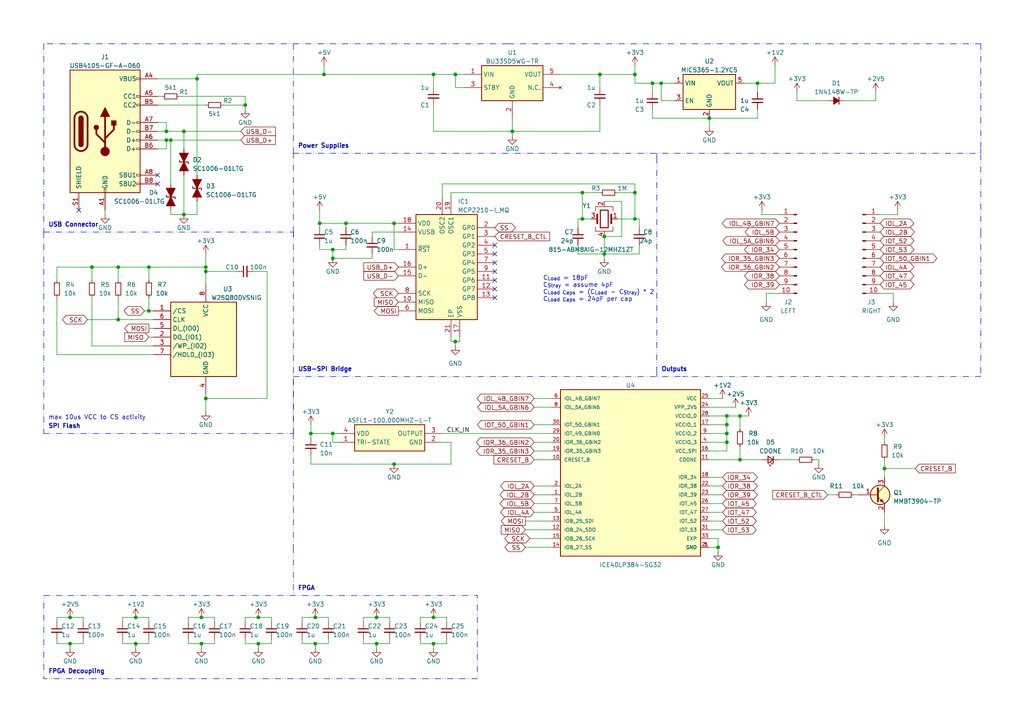
<source format=kicad_sch>
(kicad_sch (version 20230121) (generator eeschema)
  (paper "A4")
  (title_block (title "Overview") (rev "2"))
  (lib_symbols
    (symbol "Connector:Conn_01x10_Pin" (pin_names (offset 1.016) hide)
      (property "Reference" "J" (at 0 12.7 0))
      (property "Value" "Conn_01x10_Pin" (at 0 -15.24 0))
      (symbol "Conn_01x10_Pin_1_1"
        (pin passive line (at 5.08 10.16 180) (length 3.81) (name "Pin_1") (number "1"))
        (pin passive line (at 5.08 -12.7 180) (length 3.81) (name "Pin_10") (number "10"))
        (pin passive line (at 5.08 7.62 180) (length 3.81) (name "Pin_2") (number "2"))
        (pin passive line (at 5.08 5.08 180) (length 3.81) (name "Pin_3") (number "3"))
        (pin passive line (at 5.08 2.54 180) (length 3.81) (name "Pin_4") (number "4"))
        (pin passive line (at 5.08 0 180) (length 3.81) (name "Pin_5") (number "5"))
        (pin passive line (at 5.08 -2.54 180) (length 3.81) (name "Pin_6") (number "6"))
        (pin passive line (at 5.08 -5.08 180) (length 3.81) (name "Pin_7") (number "7"))
        (pin passive line (at 5.08 -7.62 180) (length 3.81) (name "Pin_8") (number "8"))
        (pin passive line (at 5.08 -10.16 180) (length 3.81) (name "Pin_9") (number "9"))
      )
    )
    (symbol "Connector:USB_C_Receptacle_USB2.0" (pin_names (offset 1.016))
      (property "Reference" "J" (at -10.16 19.05 0))
      (property "Value" "USB_C_Receptacle_USB2.0" (at 19.05 19.05 0))
      (symbol "USB_C_Receptacle_USB2.0_1_1"
        (pin passive line (at 0 -22.86 90) (length 5.08) (name "GND") (number "A1"))
        (pin passive line (at 0 -22.86 90) (length 5.08) hide (name "GND") (number "A12"))
        (pin passive line (at 15.24 15.24 180) (length 5.08) (name "VBUS") (number "A4"))
        (pin bidirectional line (at 15.24 10.16 180) (length 5.08) (name "CC1") (number "A5"))
        (pin bidirectional line (at 15.24 -2.54 180) (length 5.08) (name "D+") (number "A6"))
        (pin bidirectional line (at 15.24 2.54 180) (length 5.08) (name "D-") (number "A7"))
        (pin bidirectional line (at 15.24 -12.7 180) (length 5.08) (name "SBU1") (number "A8"))
        (pin passive line (at 15.24 15.24 180) (length 5.08) hide (name "VBUS") (number "A9"))
        (pin passive line (at 0 -22.86 90) (length 5.08) hide (name "GND") (number "B1"))
        (pin passive line (at 0 -22.86 90) (length 5.08) hide (name "GND") (number "B12"))
        (pin passive line (at 15.24 15.24 180) (length 5.08) hide (name "VBUS") (number "B4"))
        (pin bidirectional line (at 15.24 7.62 180) (length 5.08) (name "CC2") (number "B5"))
        (pin bidirectional line (at 15.24 -5.08 180) (length 5.08) (name "D+") (number "B6"))
        (pin bidirectional line (at 15.24 0 180) (length 5.08) (name "D-") (number "B7"))
        (pin bidirectional line (at 15.24 -15.24 180) (length 5.08) (name "SBU2") (number "B8"))
        (pin passive line (at 15.24 15.24 180) (length 5.08) hide (name "VBUS") (number "B9"))
        (pin passive line (at -7.62 -22.86 90) (length 5.08) (name "SHIELD") (number "S1"))
      )
    )
    (symbol "Device:C_Small" (pin_numbers hide) (pin_names (offset 0.254) hide)
      (property "Reference" "C" (at 0.254 1.778 0))
      (property "Value" "C_Small" (at 0.254 -2.032 0))
      (symbol "C_Small_1_1"
        (pin passive line (at 0 2.54 270) (length 2.032) (name "~") (number "1"))
        (pin passive line (at 0 -2.54 90) (length 2.032) (name "~") (number "2"))
      )
    )
    (symbol "Device:Crystal_GND24" (pin_names (offset 1.016) hide)
      (property "Reference" "Y" (at 3.175 5.08 0))
      (property "Value" "Crystal_GND24" (at 3.175 3.175 0))
      (symbol "Crystal_GND24_1_1"
        (pin passive line (at -3.81 0 0) (length 1.27) (name "1") (number "1"))
        (pin passive line (at 0 5.08 270) (length 1.27) (name "2") (number "2"))
        (pin passive line (at 3.81 0 180) (length 1.27) (name "3") (number "3"))
        (pin passive line (at 0 -5.08 90) (length 1.27) (name "4") (number "4"))
      )
    )
    (symbol "Device:D_Small_Filled" (pin_numbers hide) (pin_names (offset 0.254) hide)
      (property "Reference" "D" (at -1.27 2.032 0))
      (property "Value" "D_Small_Filled" (at -3.81 -2.032 0))
      (symbol "D_Small_Filled_1_1"
        (pin passive line (at -2.54 0 0) (length 1.778) (name "K") (number "1"))
        (pin passive line (at 2.54 0 180) (length 1.778) (name "A") (number "2"))
      )
    )
    (symbol "Device:D_TVS_Filled" (pin_numbers hide) (pin_names (offset 1.016) hide)
      (property "Reference" "D" (at 0 2.54 0))
      (property "Value" "D_TVS_Filled" (at 0 -2.54 0))
      (symbol "D_TVS_Filled_1_1"
        (pin passive line (at -3.81 0 0) (length 2.54) (name "A1") (number "1"))
        (pin passive line (at 3.81 0 180) (length 2.54) (name "A2") (number "2"))
      )
    )
    (symbol "Device:LED_Small" (pin_numbers hide) (pin_names (offset 0.254) hide)
      (property "Reference" "D" (at -1.27 3.175 0))
      (property "Value" "LED_Small" (at -4.445 -2.54 0))
      (symbol "LED_Small_1_1"
        (pin passive line (at -2.54 0 0) (length 1.778) (name "K") (number "1"))
        (pin passive line (at 2.54 0 180) (length 1.778) (name "A") (number "2"))
      )
    )
    (symbol "Device:R_Small" (pin_numbers hide) (pin_names (offset 0.254) hide)
      (property "Reference" "R" (at 0.762 0.508 0))
      (property "Value" "R_Small" (at 0.762 -1.016 0))
      (symbol "R_Small_1_1"
        (pin passive line (at 0 2.54 270) (length 0.762) (name "~") (number "1"))
        (pin passive line (at 0 -2.54 90) (length 0.762) (name "~") (number "2"))
      )
    )
    (symbol "ICE40LP384-SG32:ICE40LP384-SG32" (pin_names (offset 1.016))
      (property "Reference" "U" (at -20.3256 20.3256 0))
      (property "Value" "ICE40LP384-SG32" (at -20.3254 -30.4881 0))
      (symbol "ICE40LP384-SG32_0_0"
        (pin bidirectional line (at -22.86 -10.16 0) (length 2.54) (name "IOL_2B") (number "1"))
        (pin input line (at -22.86 0 0) (length 2.54) (name "CRESET_B") (number "10"))
        (pin bidirectional line (at 22.86 0 180) (length 2.54) (name "CDONE") (number "11"))
        (pin bidirectional line (at -22.86 -20.32 0) (length 2.54) (name "IOB_24_SDO") (number "12"))
        (pin bidirectional line (at -22.86 -17.78 0) (length 2.54) (name "IOB_25_SDI") (number "13"))
        (pin bidirectional line (at -22.86 -25.4 0) (length 2.54) (name "IOB_27_SS") (number "14"))
        (pin bidirectional line (at -22.86 -22.86 0) (length 2.54) (name "IOB_26_SCK") (number "15"))
        (pin power_in line (at 22.86 2.54 180) (length 2.54) (name "VCC_SPI") (number "16"))
        (pin power_in line (at 22.86 10.16 180) (length 2.54) (name "VCCIO_1") (number "17"))
        (pin bidirectional line (at 22.86 -5.08 180) (length 2.54) (name "IOR_34") (number "18"))
        (pin input line (at -22.86 2.54 0) (length 2.54) (name "IOR_35_GBIN3") (number "19"))
        (pin bidirectional line (at -22.86 -7.62 0) (length 2.54) (name "IOL_2A") (number "2"))
        (pin input line (at -22.86 5.08 0) (length 2.54) (name "IOR_36_GBIN2") (number "20"))
        (pin power_in line (at 22.86 -25.4 180) (length 2.54) (name "GND") (number "21"))
        (pin bidirectional line (at 22.86 -7.62 180) (length 2.54) (name "IOR_38") (number "22"))
        (pin bidirectional line (at 22.86 -10.16 180) (length 2.54) (name "IOR_39") (number "23"))
        (pin power_in line (at 22.86 15.24 180) (length 2.54) (name "VPP_2V5") (number "24"))
        (pin power_in line (at 22.86 17.78 180) (length 2.54) (name "VCC") (number "25"))
        (pin bidirectional line (at 22.86 -12.7 180) (length 2.54) (name "IOT_45") (number "26"))
        (pin bidirectional line (at 22.86 -15.24 180) (length 2.54) (name "IOT_47") (number "27"))
        (pin power_in line (at 22.86 12.7 180) (length 2.54) (name "VCCIO_0") (number "28"))
        (pin input line (at -22.86 7.62 0) (length 2.54) (name "IOT_49_GBIN0") (number "29"))
        (pin power_in line (at 22.86 -25.4 180) (length 2.54) (name "GND") (number "3"))
        (pin input line (at -22.86 10.16 0) (length 2.54) (name "IOT_50_GBIN1") (number "30"))
        (pin bidirectional line (at 22.86 -20.32 180) (length 2.54) (name "IOT_53") (number "31"))
        (pin bidirectional line (at 22.86 -17.78 180) (length 2.54) (name "IOT_52") (number "32"))
        (pin power_in line (at 22.86 -22.86 180) (length 2.54) (name "EXP") (number "33"))
        (pin power_in line (at 22.86 5.08 180) (length 2.54) (name "VCCIO_3") (number "4"))
        (pin bidirectional line (at -22.86 -15.24 0) (length 2.54) (name "IOL_4A") (number "5"))
        (pin input line (at -22.86 17.78 0) (length 2.54) (name "IOL_4B_GBIN7") (number "6"))
        (pin bidirectional line (at -22.86 -12.7 0) (length 2.54) (name "IOL_5B") (number "7"))
        (pin input line (at -22.86 15.24 0) (length 2.54) (name "IOL_5A_GBIN6") (number "8"))
        (pin power_in line (at 22.86 7.62 180) (length 2.54) (name "VCCIO_2") (number "9"))
      )
    )
    (symbol "PCM_Transistor_BJT_AKL:MMBT3904" (pin_names hide)
      (property "Reference" "Q" (at 5.08 1.27 0))
      (property "Value" "MMBT3904" (at 5.08 -1.27 0))
      (symbol "MMBT3904_1_1"
        (pin input line (at -5.08 0 0) (length 5.715) (name "B") (number "1"))
        (pin passive line (at 2.54 -5.08 90) (length 2.54) (name "E") (number "2"))
        (pin passive line (at 2.54 5.08 270) (length 2.54) (name "C") (number "3"))
      )
    )
    (symbol "Regulator_Linear:MIC5365-3.3YC5"
      (property "Reference" "U" (at -6.35 6.35 0))
      (property "Value" "MIC5365-3.3YC5" (at 0 6.35 0))
      (symbol "MIC5365-3.3YC5_1_1"
        (pin power_in line (at -10.16 2.54 0) (length 2.54) (name "VIN") (number "1"))
        (pin power_in line (at 0 -7.62 90) (length 2.54) (name "GND") (number "2"))
        (pin input line (at -10.16 -2.54 0) (length 2.54) (name "EN") (number "3"))
        (pin no_connect line (at 7.62 -2.54 180) (length 2.54) hide (name "NC") (number "4"))
        (pin power_out line (at 10.16 2.54 180) (length 2.54) (name "VOUT") (number "5"))
      )
    )
    (symbol "SamacSys_Parts:ASFL1-100.000MHZ-L-T"
      (property "Reference" "Y" (at 5.08 7.62 0))
      (property "Value" "ASFL1-100.000MHZ-L-T" (at 5.08 5.08 0))
      (symbol "ASFL1-100.000MHZ-L-T_1_1"
        (pin passive line (at 0 -2.54 0) (length 5.08) (name "TRI-STATE") (number "1"))
        (pin passive line (at 30.48 -2.54 180) (length 5.08) (name "GND") (number "2"))
        (pin passive line (at 30.48 0 180) (length 5.08) (name "OUTPUT") (number "3"))
        (pin passive line (at 0 0 0) (length 5.08) (name "VDD") (number "4"))
      )
    )
    (symbol "SamacSys_Parts:BU33SD5WG-TR"
      (property "Reference" "U" (at 6.35 7.62 0))
      (property "Value" "BU33SD5WG-TR" (at 6.35 5.08 0))
      (symbol "BU33SD5WG-TR_1_1"
        (pin passive line (at 0 0 0) (length 5.08) (name "VIN") (number "1"))
        (pin passive line (at 13.97 -12.7 90) (length 5.08) (name "GND") (number "2"))
        (pin passive line (at 0 -3.81 0) (length 5.08) (name "STBY") (number "3"))
        (pin no_connect line (at 27.94 -3.81 180) (length 5.08) (name "N.C.") (number "4"))
        (pin passive line (at 27.94 0 180) (length 5.08) (name "VOUT") (number "5"))
      )
    )
    (symbol "SamacSys_Parts:MCP2210-I_MQ"
      (property "Reference" "IC" (at 10.16 22.86 0))
      (property "Value" "MCP2210-I_MQ" (at 10.16 20.32 0))
      (symbol "MCP2210-I_MQ_1_1"
        (pin input line (at -13.97 7.62 0) (length 5.08) (name "~{RST}") (number "1"))
        (pin input line (at -13.97 -7.62 0) (length 5.08) (name "MISO") (number "10"))
        (pin bidirectional line (at 13.97 -1.27 180) (length 5.08) (name "GP6") (number "11"))
        (pin bidirectional line (at 13.97 -3.81 180) (length 5.08) (name "GP7") (number "12"))
        (pin bidirectional line (at 13.97 -6.35 180) (length 5.08) (name "GP8") (number "13"))
        (pin power_in line (at -13.97 12.7 0) (length 5.08) (name "VUSB") (number "14"))
        (pin bidirectional line (at -13.97 0 0) (length 5.08) (name "D-") (number "15"))
        (pin bidirectional line (at -13.97 2.54 0) (length 5.08) (name "D+") (number "16"))
        (pin power_in line (at 3.81 -17.78 90) (length 5.08) (name "VSS") (number "17"))
        (pin power_in line (at -13.97 15.24 0) (length 5.08) (name "VDD") (number "18"))
        (pin passive line (at 1.27 22.86 270) (length 5.08) (name "OSC1") (number "19"))
        (pin bidirectional line (at 13.97 13.97 180) (length 5.08) (name "GP0") (number "2"))
        (pin passive line (at -1.27 22.86 270) (length 5.08) (name "OSC2") (number "20"))
        (pin passive line (at 1.27 -17.78 90) (length 5.08) (name "EP") (number "21"))
        (pin bidirectional line (at 13.97 11.43 180) (length 5.08) (name "GP1") (number "3"))
        (pin bidirectional line (at 13.97 8.89 180) (length 5.08) (name "GP2") (number "4"))
        (pin bidirectional line (at 13.97 6.35 180) (length 5.08) (name "GP3") (number "5"))
        (pin output line (at -13.97 -10.16 0) (length 5.08) (name "MOSI") (number "6"))
        (pin bidirectional line (at 13.97 3.81 180) (length 5.08) (name "GP4") (number "7"))
        (pin output line (at -13.97 -5.08 0) (length 5.08) (name "SCK") (number "8"))
        (pin bidirectional line (at 13.97 1.27 180) (length 5.08) (name "GP5") (number "9"))
      )
    )
    (symbol "SamacSys_Parts:W25Q80DVSNIG"
      (property "Reference" "U" (at 25.4 -6.35 0))
      (property "Value" "W25Q80DVSNIG" (at 25.4 -8.89 0))
      (symbol "W25Q80DVSNIG_1_1"
        (pin passive line (at 0 0 0) (length 5.08) (name "/CS") (number "1"))
        (pin passive line (at 0 -7.62 0) (length 5.08) (name "DO_(IO1)") (number "2"))
        (pin passive line (at 0 -10.16 0) (length 5.08) (name "/WP_(IO2)") (number "3"))
        (pin passive line (at 15.24 -24.13 90) (length 5.08) (name "GND") (number "4"))
        (pin passive line (at 0 -5.08 0) (length 5.08) (name "DI_(IO0)") (number "5"))
        (pin passive line (at 0 -2.54 0) (length 5.08) (name "CLK") (number "6"))
        (pin passive line (at 0 -12.7 0) (length 5.08) (name "/HOLD_(IO3)") (number "7"))
        (pin passive line (at 15.24 7.62 270) (length 5.08) (name "VCC") (number "8"))
      )
    )
    (symbol "power:+1V2" (power) (pin_names (offset 0))
      (property "Value" "+1V2" (at 0 3.556 0))
      (symbol "+1V2_1_1"
        (pin power_in line (at 0 0 90) (length 0) hide (name "+1V2") (number "1"))
      )
    )
    (symbol "power:+2V5" (power) (pin_names (offset 0))
      (property "Value" "+2V5" (at 0 3.556 0))
      (symbol "+2V5_1_1"
        (pin power_in line (at 0 0 90) (length 0) hide (name "+2V5") (number "1"))
      )
    )
    (symbol "power:+3V3" (power) (pin_names (offset 0))
      (property "Value" "+3V3" (at 0 3.556 0))
      (symbol "+3V3_1_1"
        (pin power_in line (at 0 0 90) (length 0) hide (name "+3V3") (number "1"))
      )
    )
    (symbol "power:+5V" (power) (pin_names (offset 0))
      (property "Value" "+5V" (at 0 3.556 0))
      (symbol "+5V_1_1"
        (pin power_in line (at 0 0 90) (length 0) hide (name "+5V") (number "1"))
      )
    )
    (symbol "power:GND" (power) (pin_names (offset 0))
      (property "Value" "GND" (at 0 -3.81 0))
      (symbol "GND_1_1"
        (pin power_in line (at 0 0 270) (length 0) hide (name "GND") (number "1"))
      )
    )
  )
  (junction (at 34.29 77.47))
  (junction (at 210.82 123.19))
  (junction (at 53.34 62.23))
  (junction (at 39.37 186.69))
  (junction (at 93.98 21.59))
  (junction (at 74.93 179.07))
  (junction (at 59.69 77.47))
  (junction (at 20.32 179.07))
  (junction (at 184.15 21.59))
  (junction (at 175.26 73.66))
  (junction (at 184.15 63.5))
  (junction (at 59.69 115.57))
  (junction (at 91.44 179.07))
  (junction (at 205.74 34.29))
  (junction (at 34.29 92.71))
  (junction (at 256.54 135.89))
  (junction (at 210.82 125.73))
  (junction (at 96.52 72.39))
  (junction (at 58.42 186.69))
  (junction (at 20.32 186.69))
  (junction (at 208.28 158.75))
  (junction (at 219.71 24.13))
  (junction (at 92.71 64.77))
  (junction (at 91.44 186.69))
  (junction (at 109.22 179.07))
  (junction (at 26.67 77.47))
  (junction (at 173.99 21.59))
  (junction (at 53.34 38.1))
  (junction (at 125.73 179.07))
  (junction (at 132.08 21.59))
  (junction (at 59.69 78.74))
  (junction (at 168.91 63.5))
  (junction (at 48.26 38.1))
  (junction (at 100.33 64.77))
  (junction (at 48.26 40.64))
  (junction (at 148.59 38.1))
  (junction (at 96.52 74.93))
  (junction (at 96.52 125.73))
  (junction (at 114.3 64.77))
  (junction (at 57.15 22.86))
  (junction (at 168.91 55.88))
  (junction (at 214.63 133.35))
  (junction (at 175.26 68.58))
  (junction (at 71.12 30.48))
  (junction (at 125.73 21.59))
  (junction (at 214.63 120.65))
  (junction (at 39.37 179.07))
  (junction (at 49.53 40.64))
  (junction (at 189.23 24.13))
  (junction (at 191.77 24.13))
  (junction (at 210.82 128.27))
  (junction (at 210.82 120.65))
  (junction (at 125.73 186.69))
  (junction (at 114.3 134.62))
  (junction (at 109.22 186.69))
  (junction (at 184.15 55.88))
  (junction (at 58.42 179.07))
  (junction (at 43.18 77.47))
  (junction (at 43.18 90.17))
  (junction (at 90.17 125.73))
  (junction (at 74.93 186.69))
  (junction (at 132.08 99.06))
  (no_connect (at 143.51 71.12))
  (no_connect (at 143.51 76.2))
  (no_connect (at 143.51 81.28))
  (no_connect (at 45.72 50.8))
  (no_connect (at 143.51 83.82))
  (no_connect (at 143.51 86.36))
  (no_connect (at 143.51 78.74))
  (no_connect (at 143.51 73.66))
  (no_connect (at 45.72 53.34))
  (no_connect (at 22.86 60.96))
  (wire (pts (xy 254 26.67) (xy 254 29.21)))
  (wire (pts (xy 154.94 133.35) (xy 160.02 133.35)))
  (wire (pts (xy 107.95 67.31) (xy 107.95 68.58)))
  (polyline (pts (xy 190.5 107.95) (xy 190.5 109.22)) (stroke (width 0) (type dash_dot_dot)))
  (wire (pts (xy 148.59 38.1) (xy 173.99 38.1)))
  (wire (pts (xy 109.22 186.69) (xy 113.03 186.69)))
  (wire (pts (xy 30.48 60.96) (xy 30.48 62.23)))
  (wire (pts (xy 54.61 186.69) (xy 58.42 186.69)))
  (polyline (pts (xy 284.48 109.22) (xy 198.12 109.22)) (stroke (width 0) (type dash_dot_dot)))
  (wire (pts (xy 24.13 186.69) (xy 24.13 185.42)))
  (wire (pts (xy 45.72 40.64) (xy 48.26 40.64)))
  (wire (pts (xy 220.98 62.23) (xy 226.06 62.23)))
  (wire (pts (xy 57.15 58.42) (xy 57.15 62.23)))
  (wire (pts (xy 58.42 186.69) (xy 58.42 187.96)))
  (wire (pts (xy 59.69 114.3) (xy 59.69 115.57)))
  (polyline (pts (xy 85.09 12.7) (xy 85.09 31.75)) (stroke (width 0) (type dash_dot_dot)))
  (wire (pts (xy 34.29 77.47) (xy 34.29 81.28)))
  (wire (pts (xy 129.54 179.07) (xy 129.54 180.34)))
  (wire (pts (xy 53.34 38.1) (xy 53.34 43.18)))
  (wire (pts (xy 43.18 77.47) (xy 43.18 81.28)))
  (wire (pts (xy 125.73 179.07) (xy 121.92 179.07)))
  (wire (pts (xy 48.26 35.56) (xy 48.26 38.1)))
  (wire (pts (xy 35.56 185.42) (xy 35.56 186.69)))
  (wire (pts (xy 154.94 148.59) (xy 160.02 148.59)))
  (polyline (pts (xy 284.48 44.45) (xy 284.48 43.18)) (stroke (width 0) (type dash_dot_dot)))
  (wire (pts (xy 205.74 133.35) (xy 214.63 133.35)))
  (wire (pts (xy 16.51 186.69) (xy 20.32 186.69)))
  (wire (pts (xy 45.72 30.48) (xy 59.69 30.48)))
  (wire (pts (xy 173.99 21.59) (xy 173.99 25.4)))
  (wire (pts (xy 54.61 179.07) (xy 54.61 180.34)))
  (wire (pts (xy 96.52 74.93) (xy 107.95 74.93)))
  (wire (pts (xy 260.35 62.23) (xy 255.27 62.23)))
  (wire (pts (xy 191.77 24.13) (xy 195.58 24.13)))
  (wire (pts (xy 125.73 186.69) (xy 129.54 186.69)))
  (wire (pts (xy 205.74 118.11) (xy 213.36 118.11)))
  (wire (pts (xy 205.74 123.19) (xy 210.82 123.19)))
  (wire (pts (xy 128.27 53.34) (xy 128.27 57.15)))
  (wire (pts (xy 132.08 99.06) (xy 132.08 100.33)))
  (wire (pts (xy 175.26 73.66) (xy 175.26 74.93)))
  (wire (pts (xy 35.56 186.69) (xy 39.37 186.69)))
  (wire (pts (xy 184.15 53.34) (xy 184.15 55.88)))
  (polyline (pts (xy 85.09 67.31) (xy 85.09 125.73)) (stroke (width 0) (type dash_dot_dot)))
  (wire (pts (xy 115.57 72.39) (xy 114.3 72.39)))
  (wire (pts (xy 95.25 186.69) (xy 95.25 185.42)))
  (wire (pts (xy 231.14 26.67) (xy 231.14 29.21)))
  (wire (pts (xy 210.82 120.65) (xy 210.82 123.19)))
  (wire (pts (xy 43.18 179.07) (xy 43.18 180.34)))
  (wire (pts (xy 205.74 148.59) (xy 209.55 148.59)))
  (wire (pts (xy 154.94 140.97) (xy 160.02 140.97)))
  (wire (pts (xy 43.18 90.17) (xy 44.45 90.17)))
  (polyline (pts (xy 12.7 12.7) (xy 12.7 67.31)) (stroke (width 0) (type dash_dot_dot)))
  (polyline (pts (xy 85.09 67.31) (xy 85.09 68.58)) (stroke (width 0) (type dash_dot_dot)))
  (polyline (pts (xy 85.09 125.73) (xy 85.09 109.22)) (stroke (width 0) (type dash_dot_dot)))
  (wire (pts (xy 154.94 143.51) (xy 160.02 143.51)))
  (wire (pts (xy 93.98 19.05) (xy 93.98 21.59)))
  (wire (pts (xy 20.32 179.07) (xy 24.13 179.07)))
  (wire (pts (xy 90.17 134.62) (xy 114.3 134.62)))
  (wire (pts (xy 34.29 77.47) (xy 43.18 77.47)))
  (wire (pts (xy 125.73 21.59) (xy 132.08 21.59)))
  (wire (pts (xy 53.34 38.1) (xy 69.85 38.1)))
  (wire (pts (xy 100.33 72.39) (xy 100.33 71.12)))
  (wire (pts (xy 62.23 186.69) (xy 62.23 185.42)))
  (wire (pts (xy 49.53 40.64) (xy 69.85 40.64)))
  (wire (pts (xy 48.26 40.64) (xy 49.53 40.64)))
  (wire (pts (xy 114.3 134.62) (xy 130.81 134.62)))
  (wire (pts (xy 210.82 130.81) (xy 205.74 130.81)))
  (wire (pts (xy 217.17 120.65) (xy 214.63 120.65)))
  (wire (pts (xy 259.08 85.09) (xy 255.27 85.09)))
  (wire (pts (xy 256.54 148.59) (xy 256.54 152.4)))
  (wire (pts (xy 113.03 186.69) (xy 113.03 185.42)))
  (wire (pts (xy 90.17 132.08) (xy 90.17 134.62)))
  (wire (pts (xy 256.54 127) (xy 256.54 128.27)))
  (wire (pts (xy 92.71 72.39) (xy 96.52 72.39)))
  (wire (pts (xy 34.29 86.36) (xy 34.29 92.71)))
  (wire (pts (xy 92.71 64.77) (xy 92.71 66.04)))
  (wire (pts (xy 20.32 186.69) (xy 20.32 187.96)))
  (wire (pts (xy 205.74 151.13) (xy 209.55 151.13)))
  (wire (pts (xy 90.17 123.19) (xy 90.17 125.73)))
  (wire (pts (xy 35.56 179.07) (xy 39.37 179.07)))
  (wire (pts (xy 152.4 158.75) (xy 160.02 158.75)))
  (wire (pts (xy 168.91 55.88) (xy 173.99 55.88)))
  (wire (pts (xy 59.69 77.47) (xy 59.69 78.74)))
  (polyline (pts (xy 85.09 109.22) (xy 199.39 109.22)) (stroke (width 0) (type dash_dot_dot)))
  (wire (pts (xy 130.81 128.27) (xy 128.27 128.27)))
  (wire (pts (xy 97.79 128.27) (xy 96.52 128.27)))
  (wire (pts (xy 71.12 186.69) (xy 74.93 186.69)))
  (wire (pts (xy 259.08 87.63) (xy 259.08 85.09)))
  (polyline (pts (xy 190.5 44.45) (xy 190.5 45.72)) (stroke (width 0) (type dash_dot_dot)))
  (wire (pts (xy 130.81 55.88) (xy 168.91 55.88)))
  (wire (pts (xy 74.93 179.07) (xy 71.12 179.07)))
  (wire (pts (xy 210.82 123.19) (xy 210.82 125.73)))
  (wire (pts (xy 208.28 160.02) (xy 208.28 158.75)))
  (polyline (pts (xy 12.7 67.31) (xy 12.7 125.73)) (stroke (width 0) (type dash_dot_dot)))
  (wire (pts (xy 184.15 63.5) (xy 179.07 63.5)))
  (wire (pts (xy 219.71 31.75) (xy 219.71 34.29)))
  (wire (pts (xy 219.71 24.13) (xy 224.79 24.13)))
  (wire (pts (xy 185.42 63.5) (xy 184.15 63.5)))
  (wire (pts (xy 91.44 186.69) (xy 95.25 186.69)))
  (wire (pts (xy 205.74 128.27) (xy 210.82 128.27)))
  (wire (pts (xy 132.08 21.59) (xy 134.62 21.59)))
  (wire (pts (xy 96.52 125.73) (xy 97.79 125.73)))
  (wire (pts (xy 34.29 92.71) (xy 44.45 92.71)))
  (wire (pts (xy 130.81 57.15) (xy 130.81 55.88)))
  (wire (pts (xy 93.98 21.59) (xy 125.73 21.59)))
  (wire (pts (xy 26.67 100.33) (xy 44.45 100.33)))
  (wire (pts (xy 64.77 30.48) (xy 71.12 30.48)))
  (polyline (pts (xy 85.09 125.73) (xy 85.09 158.75)) (stroke (width 0) (type dash_dot_dot)))
  (wire (pts (xy 224.79 19.05) (xy 224.79 24.13)))
  (wire (pts (xy 105.41 179.07) (xy 105.41 180.34)))
  (wire (pts (xy 189.23 31.75) (xy 189.23 34.29)))
  (wire (pts (xy 130.81 99.06) (xy 132.08 99.06)))
  (wire (pts (xy 121.92 186.69) (xy 125.73 186.69)))
  (wire (pts (xy 132.08 21.59) (xy 132.08 25.4)))
  (wire (pts (xy 128.27 53.34) (xy 184.15 53.34)))
  (wire (pts (xy 24.13 179.07) (xy 24.13 180.34)))
  (wire (pts (xy 48.26 38.1) (xy 53.34 38.1)))
  (wire (pts (xy 107.95 74.93) (xy 107.95 73.66)))
  (wire (pts (xy 189.23 26.67) (xy 189.23 24.13)))
  (wire (pts (xy 173.99 21.59) (xy 184.15 21.59)))
  (wire (pts (xy 175.26 68.58) (xy 175.26 73.66)))
  (wire (pts (xy 43.18 97.79) (xy 44.45 97.79)))
  (wire (pts (xy 185.42 66.04) (xy 185.42 63.5)))
  (wire (pts (xy 189.23 34.29) (xy 205.74 34.29)))
  (wire (pts (xy 90.17 125.73) (xy 90.17 127)))
  (wire (pts (xy 205.74 120.65) (xy 210.82 120.65)))
  (wire (pts (xy 205.74 153.67) (xy 209.55 153.67)))
  (wire (pts (xy 16.51 102.87) (xy 16.51 86.36)))
  (wire (pts (xy 152.4 153.67) (xy 160.02 153.67)))
  (wire (pts (xy 16.51 77.47) (xy 26.67 77.47)))
  (wire (pts (xy 59.69 78.74) (xy 68.58 78.74)))
  (wire (pts (xy 125.73 186.69) (xy 125.73 187.96)))
  (wire (pts (xy 45.72 35.56) (xy 48.26 35.56)))
  (wire (pts (xy 109.22 179.07) (xy 105.41 179.07)))
  (polyline (pts (xy 12.7 125.73) (xy 85.09 125.73)) (stroke (width 0) (type dash_dot_dot)))
  (wire (pts (xy 256.54 133.35) (xy 256.54 135.89)))
  (wire (pts (xy 215.9 24.13) (xy 219.71 24.13)))
  (wire (pts (xy 95.25 179.07) (xy 95.25 180.34)))
  (wire (pts (xy 184.15 19.05) (xy 184.15 21.59)))
  (wire (pts (xy 16.51 185.42) (xy 16.51 186.69)))
  (wire (pts (xy 168.91 63.5) (xy 167.64 63.5)))
  (wire (pts (xy 148.59 38.1) (xy 148.59 39.37)))
  (wire (pts (xy 154.94 146.05) (xy 160.02 146.05)))
  (wire (pts (xy 58.42 179.07) (xy 54.61 179.07)))
  (wire (pts (xy 167.64 71.12) (xy 167.64 73.66)))
  (wire (pts (xy 208.28 158.75) (xy 205.74 158.75)))
  (wire (pts (xy 173.99 30.48) (xy 173.99 38.1)))
  (wire (pts (xy 222.25 85.09) (xy 226.06 85.09)))
  (wire (pts (xy 43.18 77.47) (xy 59.69 77.47)))
  (wire (pts (xy 105.41 186.69) (xy 109.22 186.69)))
  (wire (pts (xy 58.42 186.69) (xy 62.23 186.69)))
  (wire (pts (xy 185.42 71.12) (xy 185.42 73.66)))
  (wire (pts (xy 191.77 29.21) (xy 195.58 29.21)))
  (wire (pts (xy 260.35 60.96) (xy 260.35 62.23)))
  (wire (pts (xy 125.73 30.48) (xy 125.73 38.1)))
  (wire (pts (xy 208.28 156.21) (xy 205.74 156.21)))
  (wire (pts (xy 26.67 77.47) (xy 34.29 77.47)))
  (polyline (pts (xy 284.48 12.7) (xy 284.48 67.31)) (stroke (width 0) (type dash_dot_dot)))
  (wire (pts (xy 205.74 138.43) (xy 209.55 138.43)))
  (wire (pts (xy 26.67 86.36) (xy 26.67 100.33)))
  (wire (pts (xy 77.47 115.57) (xy 77.47 78.74)))
  (wire (pts (xy 154.94 115.57) (xy 160.02 115.57)))
  (wire (pts (xy 91.44 186.69) (xy 91.44 187.96)))
  (wire (pts (xy 52.07 27.94) (xy 71.12 27.94)))
  (wire (pts (xy 43.18 186.69) (xy 43.18 185.42)))
  (wire (pts (xy 96.52 72.39) (xy 100.33 72.39)))
  (wire (pts (xy 114.3 72.39) (xy 114.3 64.77)))
  (wire (pts (xy 226.06 133.35) (xy 231.14 133.35)))
  (wire (pts (xy 148.59 34.29) (xy 148.59 38.1)))
  (wire (pts (xy 162.56 21.59) (xy 173.99 21.59)))
  (wire (pts (xy 26.67 77.47) (xy 26.67 81.28)))
  (wire (pts (xy 71.12 30.48) (xy 71.12 31.75)))
  (polyline (pts (xy 85.09 44.45) (xy 284.48 44.45)) (stroke (width 0) (type dash_dot_dot)))
  (wire (pts (xy 205.74 140.97) (xy 209.55 140.97)))
  (wire (pts (xy 191.77 24.13) (xy 191.77 29.21)))
  (wire (pts (xy 167.64 63.5) (xy 167.64 66.04)))
  (wire (pts (xy 41.91 90.17) (xy 43.18 90.17)))
  (wire (pts (xy 154.94 130.81) (xy 160.02 130.81)))
  (wire (pts (xy 130.81 134.62) (xy 130.81 128.27)))
  (wire (pts (xy 105.41 185.42) (xy 105.41 186.69)))
  (wire (pts (xy 74.93 179.07) (xy 78.74 179.07)))
  (wire (pts (xy 245.11 29.21) (xy 254 29.21)))
  (wire (pts (xy 54.61 185.42) (xy 54.61 186.69)))
  (wire (pts (xy 205.74 125.73) (xy 210.82 125.73)))
  (wire (pts (xy 219.71 26.67) (xy 219.71 24.13)))
  (wire (pts (xy 74.93 186.69) (xy 78.74 186.69)))
  (wire (pts (xy 171.45 63.5) (xy 168.91 63.5)))
  (wire (pts (xy 208.28 158.75) (xy 208.28 156.21)))
  (wire (pts (xy 96.52 72.39) (xy 96.52 74.93)))
  (wire (pts (xy 247.65 143.51) (xy 248.92 143.51)))
  (polyline (pts (xy 85.09 67.31) (xy 85.09 44.45)) (stroke (width 0) (type dash_dot_dot)))
  (wire (pts (xy 125.73 179.07) (xy 129.54 179.07)))
  (wire (pts (xy 180.34 58.42) (xy 180.34 68.58)))
  (wire (pts (xy 77.47 78.74) (xy 73.66 78.74)))
  (wire (pts (xy 71.12 179.07) (xy 71.12 180.34)))
  (wire (pts (xy 175.26 73.66) (xy 167.64 73.66)))
  (wire (pts (xy 214.63 120.65) (xy 214.63 124.46)))
  (wire (pts (xy 78.74 179.07) (xy 78.74 180.34)))
  (wire (pts (xy 87.63 185.42) (xy 87.63 186.69)))
  (wire (pts (xy 39.37 186.69) (xy 39.37 187.96)))
  (wire (pts (xy 237.49 133.35) (xy 236.22 133.35)))
  (wire (pts (xy 100.33 64.77) (xy 100.33 66.04)))
  (wire (pts (xy 45.72 22.86) (xy 57.15 22.86)))
  (wire (pts (xy 205.74 34.29) (xy 205.74 36.83)))
  (wire (pts (xy 210.82 125.73) (xy 210.82 128.27)))
  (wire (pts (xy 152.4 151.13) (xy 160.02 151.13)))
  (wire (pts (xy 125.73 21.59) (xy 125.73 25.4)))
  (wire (pts (xy 35.56 179.07) (xy 35.56 180.34)))
  (wire (pts (xy 57.15 21.59) (xy 57.15 22.86)))
  (wire (pts (xy 78.74 186.69) (xy 78.74 185.42)))
  (wire (pts (xy 87.63 179.07) (xy 87.63 180.34)))
  (wire (pts (xy 205.74 146.05) (xy 209.55 146.05)))
  (wire (pts (xy 87.63 186.69) (xy 91.44 186.69)))
  (polyline (pts (xy 85.09 158.75) (xy 85.09 172.72)) (stroke (width 0) (type dash_dot_dot)))
  (wire (pts (xy 92.71 60.96) (xy 92.71 64.77)))
  (wire (pts (xy 154.94 118.11) (xy 160.02 118.11)))
  (wire (pts (xy 175.26 58.42) (xy 180.34 58.42)))
  (wire (pts (xy 20.32 186.69) (xy 24.13 186.69)))
  (wire (pts (xy 48.26 38.1) (xy 45.72 38.1)))
  (wire (pts (xy 210.82 128.27) (xy 210.82 130.81)))
  (wire (pts (xy 214.63 120.65) (xy 210.82 120.65)))
  (wire (pts (xy 16.51 179.07) (xy 16.51 180.34)))
  (polyline (pts (xy 85.09 44.45) (xy 85.09 31.75)) (stroke (width 0) (type dash_dot_dot)))
  (wire (pts (xy 45.72 27.94) (xy 46.99 27.94)))
  (wire (pts (xy 96.52 128.27) (xy 96.52 125.73)))
  (wire (pts (xy 153.67 156.21) (xy 160.02 156.21)))
  (wire (pts (xy 62.23 179.07) (xy 62.23 180.34)))
  (wire (pts (xy 185.42 73.66) (xy 175.26 73.66)))
  (wire (pts (xy 49.53 40.64) (xy 49.53 53.34)))
  (wire (pts (xy 180.34 68.58) (xy 175.26 68.58)))
  (wire (pts (xy 184.15 24.13) (xy 189.23 24.13)))
  (wire (pts (xy 57.15 22.86) (xy 57.15 50.8)))
  (wire (pts (xy 121.92 185.42) (xy 121.92 186.69)))
  (wire (pts (xy 43.18 95.25) (xy 44.45 95.25)))
  (wire (pts (xy 59.69 73.66) (xy 59.69 77.47)))
  (wire (pts (xy 209.55 115.57) (xy 205.74 115.57)))
  (wire (pts (xy 220.98 60.96) (xy 220.98 62.23)))
  (wire (pts (xy 58.42 179.07) (xy 62.23 179.07)))
  (wire (pts (xy 49.53 62.23) (xy 53.34 62.23)))
  (wire (pts (xy 240.03 143.51) (xy 242.57 143.51)))
  (wire (pts (xy 48.26 43.18) (xy 45.72 43.18)))
  (wire (pts (xy 256.54 135.89) (xy 265.43 135.89)))
  (wire (pts (xy 71.12 185.42) (xy 71.12 186.69)))
  (wire (pts (xy 59.69 78.74) (xy 59.69 82.55)))
  (wire (pts (xy 25.4 92.71) (xy 34.29 92.71)))
  (wire (pts (xy 113.03 179.07) (xy 113.03 180.34)))
  (polyline (pts (xy 284.48 67.31) (xy 284.48 109.22)) (stroke (width 0) (type dash_dot_dot)))
  (wire (pts (xy 237.49 133.35) (xy 237.49 134.62)))
  (wire (pts (xy 168.91 55.88) (xy 168.91 63.5)))
  (wire (pts (xy 214.63 129.54) (xy 214.63 133.35)))
  (wire (pts (xy 16.51 102.87) (xy 44.45 102.87)))
  (wire (pts (xy 133.35 99.06) (xy 132.08 99.06)))
  (wire (pts (xy 57.15 21.59) (xy 93.98 21.59)))
  (wire (pts (xy 90.17 125.73) (xy 96.52 125.73)))
  (wire (pts (xy 16.51 179.07) (xy 20.32 179.07)))
  (wire (pts (xy 115.57 67.31) (xy 107.95 67.31)))
  (wire (pts (xy 43.18 86.36) (xy 43.18 90.17)))
  (wire (pts (xy 214.63 133.35) (xy 220.98 133.35)))
  (wire (pts (xy 184.15 55.88) (xy 184.15 63.5)))
  (wire (pts (xy 128.27 125.73) (xy 160.02 125.73)))
  (polyline (pts (xy 147.32 12.7) (xy 12.7 12.7)) (stroke (width 0) (type dash_dot_dot)))
  (wire (pts (xy 16.51 77.47) (xy 16.51 81.28)))
  (wire (pts (xy 53.34 62.23) (xy 53.34 50.8)))
  (wire (pts (xy 114.3 64.77) (xy 115.57 64.77)))
  (wire (pts (xy 109.22 186.69) (xy 109.22 187.96)))
  (wire (pts (xy 133.35 99.06) (xy 133.35 97.79)))
  (wire (pts (xy 154.94 123.19) (xy 160.02 123.19)))
  (wire (pts (xy 154.94 128.27) (xy 160.02 128.27)))
  (wire (pts (xy 48.26 40.64) (xy 48.26 43.18)))
  (wire (pts (xy 39.37 179.07) (xy 43.18 179.07)))
  (polyline (pts (xy 190.5 45.72) (xy 190.5 107.95)) (stroke (width 0) (type dash_dot_dot)))
  (wire (pts (xy 184.15 55.88) (xy 179.07 55.88)))
  (wire (pts (xy 109.22 179.07) (xy 113.03 179.07)))
  (polyline (pts (xy 12.7 67.31) (xy 85.09 67.31)) (stroke (width 0) (type dash_dot_dot)))
  (wire (pts (xy 91.44 179.07) (xy 95.25 179.07)))
  (wire (pts (xy 91.44 179.07) (xy 87.63 179.07)))
  (wire (pts (xy 92.71 64.77) (xy 100.33 64.77)))
  (wire (pts (xy 92.71 71.12) (xy 92.71 72.39)))
  (wire (pts (xy 49.53 60.96) (xy 49.53 62.23)))
  (wire (pts (xy 184.15 21.59) (xy 184.15 24.13)))
  (wire (pts (xy 132.08 25.4) (xy 134.62 25.4)))
  (wire (pts (xy 256.54 135.89) (xy 256.54 138.43)))
  (wire (pts (xy 74.93 186.69) (xy 74.93 187.96)))
  (wire (pts (xy 57.15 62.23) (xy 53.34 62.23)))
  (wire (pts (xy 121.92 179.07) (xy 121.92 180.34)))
  (wire (pts (xy 59.69 115.57) (xy 59.69 119.38)))
  (wire (pts (xy 219.71 34.29) (xy 205.74 34.29)))
  (wire (pts (xy 189.23 24.13) (xy 191.77 24.13)))
  (wire (pts (xy 222.25 87.63) (xy 222.25 85.09)))
  (wire (pts (xy 129.54 186.69) (xy 129.54 185.42)))
  (wire (pts (xy 205.74 143.51) (xy 209.55 143.51)))
  (wire (pts (xy 100.33 64.77) (xy 114.3 64.77)))
  (wire (pts (xy 39.37 186.69) (xy 43.18 186.69)))
  (wire (pts (xy 125.73 38.1) (xy 148.59 38.1)))
  (polyline (pts (xy 85.09 44.45) (xy 85.09 44.45)) (stroke (width 0) (type dash_dot_dot)))
  (polyline (pts (xy 147.32 12.7) (xy 284.48 12.7)) (stroke (width 0) (type dash_dot_dot)))
  (wire (pts (xy 231.14 29.21) (xy 240.03 29.21)))
  (wire (pts (xy 71.12 27.94) (xy 71.12 30.48)))
  (wire (pts (xy 59.69 115.57) (xy 77.47 115.57)))
  (wire (pts (xy 130.81 99.06) (xy 130.81 97.79)))
  (rectangle (start 12.7 172.72) (end 138.43 196.85) (stroke (width 0) (type dash_dot_dot)))
  (text "USB-SPI Bridge" (at 86.36 107.95 0) (effects (font (size 1.27 1.27) (thickness 0.254) bold) (justify left bottom)))
  (text "SPI Flash\n" (at 13.97 124.46 0) (effects (font (size 1.27 1.27) (thickness 0.254) bold) (justify left bottom)))
  (text "Power Supplies" (at 86.36 43.18 0) (effects (font (size 1.27 1.27) (thickness 0.254) bold) (justify left bottom)))
  (text "Outputs" (at 191.77 107.95 0) (effects (font (size 1.27 1.27) (thickness 0.254) bold) (justify left bottom)))
  (text "max 10us VCC to CS activity" (at 13.97 121.92 0) (effects (font (size 1.27 1.27)) (justify left bottom)))
  (text "C_{Load} = 18pF\nC_{Stray} = assume 4pF\nC_{Load Caps} = (C_{Load} - C_{Stray}) * 2\nC_{Load Caps} = 24pF per cap\n" (at 157.48 87.63 0) (effects (font (size 1.27 1.27)) (justify left bottom)))
  (text "FPGA\n" (at 86.36 171.45 0) (effects (font (size 1.27 1.27) (thickness 0.254) bold) (justify left bottom)))
  (text "USB Connector" (at 13.97 66.04 0) (effects (font (size 1.27 1.27) (thickness 0.254) bold) (justify left bottom)))
  (text "FPGA Decoupling" (at 13.97 195.58 0) (effects (font (size 1.27 1.27) (thickness 0.254) bold) (justify left bottom)))
  (label "CLK_IN" (at 129.54 125.73 0))
  (global_label "IOT_47" (shape bidirectional) (at 255.27 80.01 0) (property "Intersheetrefs" "${INTERSHEET_REFS}" (effects hide)))
  (global_label "MISO" (shape input) (at 43.18 97.79 180) (property "Intersheetrefs" "${INTERSHEET_REFS}" (effects hide)))
  (global_label "SCK" (shape bidirectional) (at 153.67 156.21 180) (property "Intersheetrefs" "${INTERSHEET_REFS}" (effects hide)))
  (global_label "IOR_39" (shape bidirectional) (at 209.55 143.51 0) (property "Intersheetrefs" "${INTERSHEET_REFS}" (effects hide)))
  (global_label "SCK" (shape bidirectional) (at 115.57 85.09 180) (property "Intersheetrefs" "${INTERSHEET_REFS}" (effects hide)))
  (global_label "USB_D-" (shape input) (at 115.57 80.01 180) (property "Intersheetrefs" "${INTERSHEET_REFS}" (effects hide)))
  (global_label "IOT_52" (shape bidirectional) (at 209.55 151.13 0) (property "Intersheetrefs" "${INTERSHEET_REFS}" (effects hide)))
  (global_label "CRESET_B" (shape input) (at 265.43 135.89 0) (property "Intersheetrefs" "${INTERSHEET_REFS}" (effects hide)))
  (global_label "IOR_34" (shape bidirectional) (at 226.06 72.39 180) (property "Intersheetrefs" "${INTERSHEET_REFS}" (effects hide)))
  (global_label "IOL_4B_GBIN7" (shape bidirectional) (at 226.06 64.77 180) (property "Intersheetrefs" "${INTERSHEET_REFS}" (effects hide)))
  (global_label "IOT_50_GBIN1" (shape bidirectional) (at 154.94 123.19 180) (property "Intersheetrefs" "${INTERSHEET_REFS}" (effects hide)))
  (global_label "IOL_4B_GBIN7" (shape bidirectional) (at 154.94 115.57 180) (property "Intersheetrefs" "${INTERSHEET_REFS}" (effects hide)))
  (global_label "SS" (shape bidirectional) (at 143.51 66.04 0) (property "Intersheetrefs" "${INTERSHEET_REFS}" (effects hide)))
  (global_label "MOSI" (shape output) (at 152.4 151.13 180) (property "Intersheetrefs" "${INTERSHEET_REFS}" (effects hide)))
  (global_label "SS" (shape bidirectional) (at 152.4 158.75 180) (property "Intersheetrefs" "${INTERSHEET_REFS}" (effects hide)))
  (global_label "IOL_2A" (shape bidirectional) (at 154.94 140.97 180) (property "Intersheetrefs" "${INTERSHEET_REFS}" (effects hide)))
  (global_label "IOR_36_GBIN2" (shape bidirectional) (at 226.06 77.47 180) (property "Intersheetrefs" "${INTERSHEET_REFS}" (effects hide)))
  (global_label "IOL_5B" (shape bidirectional) (at 226.06 67.31 180) (property "Intersheetrefs" "${INTERSHEET_REFS}" (effects hide)))
  (global_label "IOL_4A" (shape bidirectional) (at 154.94 148.59 180) (property "Intersheetrefs" "${INTERSHEET_REFS}" (effects hide)))
  (global_label "IOR_35_GBIN3" (shape bidirectional) (at 226.06 74.93 180) (property "Intersheetrefs" "${INTERSHEET_REFS}" (effects hide)))
  (global_label "IOR_38" (shape bidirectional) (at 209.55 140.97 0) (property "Intersheetrefs" "${INTERSHEET_REFS}" (effects hide)))
  (global_label "IOT_45" (shape bidirectional) (at 255.27 82.55 0) (property "Intersheetrefs" "${INTERSHEET_REFS}" (effects hide)))
  (global_label "IOT_45" (shape bidirectional) (at 209.55 146.05 0) (property "Intersheetrefs" "${INTERSHEET_REFS}" (effects hide)))
  (global_label "USB_D-" (shape input) (at 69.85 38.1 0) (property "Intersheetrefs" "${INTERSHEET_REFS}" (effects hide)))
  (global_label "USB_D+" (shape input) (at 69.85 40.64 0) (property "Intersheetrefs" "${INTERSHEET_REFS}" (effects hide)))
  (global_label "IOL_2B" (shape bidirectional) (at 255.27 67.31 0) (property "Intersheetrefs" "${INTERSHEET_REFS}" (effects hide)))
  (global_label "IOL_5A_GBIN6" (shape bidirectional) (at 154.94 118.11 180) (property "Intersheetrefs" "${INTERSHEET_REFS}" (effects hide)))
  (global_label "IOT_53" (shape bidirectional) (at 255.27 72.39 0) (property "Intersheetrefs" "${INTERSHEET_REFS}" (effects hide)))
  (global_label "MOSI" (shape output) (at 115.57 90.17 180) (property "Intersheetrefs" "${INTERSHEET_REFS}" (effects hide)))
  (global_label "IOR_38" (shape bidirectional) (at 226.06 80.01 180) (property "Intersheetrefs" "${INTERSHEET_REFS}" (effects hide)))
  (global_label "SS" (shape bidirectional) (at 41.91 90.17 180) (property "Intersheetrefs" "${INTERSHEET_REFS}" (effects hide)))
  (global_label "IOT_52" (shape bidirectional) (at 255.27 69.85 0) (property "Intersheetrefs" "${INTERSHEET_REFS}" (effects hide)))
  (global_label "MISO" (shape input) (at 115.57 87.63 180) (property "Intersheetrefs" "${INTERSHEET_REFS}" (effects hide)))
  (global_label "SCK" (shape bidirectional) (at 25.4 92.71 180) (property "Intersheetrefs" "${INTERSHEET_REFS}" (effects hide)))
  (global_label "IOT_53" (shape bidirectional) (at 209.55 153.67 0) (property "Intersheetrefs" "${INTERSHEET_REFS}" (effects hide)))
  (global_label "IOL_4A" (shape bidirectional) (at 255.27 77.47 0) (property "Intersheetrefs" "${INTERSHEET_REFS}" (effects hide)))
  (global_label "CRESET_B_CTL" (shape input) (at 143.51 68.58 0) (property "Intersheetrefs" "${INTERSHEET_REFS}" (effects hide)))
  (global_label "IOR_36_GBIN2" (shape bidirectional) (at 154.94 128.27 180) (property "Intersheetrefs" "${INTERSHEET_REFS}" (effects hide)))
  (global_label "MISO" (shape input) (at 152.4 153.67 180) (property "Intersheetrefs" "${INTERSHEET_REFS}" (effects hide)))
  (global_label "IOR_34" (shape bidirectional) (at 209.55 138.43 0) (property "Intersheetrefs" "${INTERSHEET_REFS}" (effects hide)))
  (global_label "IOL_2A" (shape bidirectional) (at 255.27 64.77 0) (property "Intersheetrefs" "${INTERSHEET_REFS}" (effects hide)))
  (global_label "IOR_39" (shape bidirectional) (at 226.06 82.55 180) (property "Intersheetrefs" "${INTERSHEET_REFS}" (effects hide)))
  (global_label "IOL_2B" (shape bidirectional) (at 154.94 143.51 180) (property "Intersheetrefs" "${INTERSHEET_REFS}" (effects hide)))
  (global_label "MOSI" (shape output) (at 43.18 95.25 180) (property "Intersheetrefs" "${INTERSHEET_REFS}" (effects hide)))
  (global_label "IOT_50_GBIN1" (shape bidirectional) (at 255.27 74.93 0) (property "Intersheetrefs" "${INTERSHEET_REFS}" (effects hide)))
  (global_label "IOR_35_GBIN3" (shape bidirectional) (at 154.94 130.81 180) (property "Intersheetrefs" "${INTERSHEET_REFS}" (effects hide)))
  (global_label "IOT_47" (shape bidirectional) (at 209.55 148.59 0) (property "Intersheetrefs" "${INTERSHEET_REFS}" (effects hide)))
  (global_label "IOL_5B" (shape bidirectional) (at 154.94 146.05 180) (property "Intersheetrefs" "${INTERSHEET_REFS}" (effects hide)))
  (global_label "IOL_5A_GBIN6" (shape bidirectional) (at 226.06 69.85 180) (property "Intersheetrefs" "${INTERSHEET_REFS}" (effects hide)))
  (global_label "CRESET_B" (shape input) (at 154.94 133.35 180) (property "Intersheetrefs" "${INTERSHEET_REFS}" (effects hide)))
  (global_label "USB_D+" (shape input) (at 115.57 77.47 180) (property "Intersheetrefs" "${INTERSHEET_REFS}" (effects hide)))
  (global_label "CRESET_B_CTL" (shape input) (at 240.03 143.51 180) (property "Intersheetrefs" "${INTERSHEET_REFS}" (effects hide)))
  (symbol (lib_id "Device:R_Small") (at 233.68 133.35 270) (unit 1)
    (property "Reference" "R10" (at 231.14 130.81 90))
    (property "Value" "10k" (at 237.49 130.81 90))
    (property "Footprint" "Resistor_SMD:R_0402_1005Metric" (effects hide))
  )
  (symbol (lib_id "Device:R_Small") (at 34.29 83.82 180) (unit 1)
    (property "Reference" "R6" (at 38.1 82.55 0))
    (property "Value" "10k" (at 38.1 85.09 0))
    (property "Footprint" "Resistor_SMD:R_0402_1005Metric" (effects hide))
  )
  (symbol (lib_id "power:GND") (at 208.28 160.02 0) (unit 1)
    (property "Reference" "#PWR029" (effects hide))
    (property "Value" "GND" (at 208.28 163.83 0))
  )
  (symbol (lib_id "power:+1V2") (at 209.55 115.57 0) (unit 1)
    (property "Reference" "#PWR020" (effects hide))
    (property "Value" "+1V2" (at 209.55 111.76 0))
  )
  (symbol (lib_id "Device:C_Small") (at 43.18 182.88 0) (unit 1)
    (property "Reference" "C15" (at 44.45 181.61 0) (effects (justify left)))
    (property "Value" "100n" (at 44.45 184.15 0) (effects (justify left)))
    (property "Footprint" "Capacitor_SMD:C_0201_0603Metric" (effects hide))
  )
  (symbol (lib_id "Device:R_Small") (at 176.53 55.88 270) (mirror x) (unit 1)
    (property "Reference" "R3" (at 171.45 54.61 90) (effects (justify left)))
    (property "Value" "1M" (at 179.07 54.61 90) (effects (justify left)))
    (property "Footprint" "Resistor_SMD:R_0402_1005Metric" (effects hide))
  )
  (symbol (lib_id "power:+2V5") (at 213.36 118.11 0) (unit 1)
    (property "Reference" "#PWR021" (effects hide))
    (property "Value" "+2V5" (at 213.36 114.3 0))
  )
  (symbol (lib_id "Device:R_Small") (at 214.63 127 180) (unit 1)
    (property "Reference" "R8" (at 218.44 125.73 0))
    (property "Value" "10k" (at 218.44 128.27 0))
    (property "Footprint" "Resistor_SMD:R_0402_1005Metric" (effects hide))
  )
  (symbol (lib_id "Device:D_TVS_Filled") (at 49.53 57.15 90) (unit 1)
    (property "Reference" "D4" (at 43.18 55.88 90) (effects (justify right)))
    (property "Value" "SC1006-01LTG" (at 33.02 58.42 90) (effects (justify right)))
    (property "Footprint" "PCM_Diode_SMD_AKL:D_SOD-523_TVS" (effects hide))
  )
  (symbol (lib_id "Device:R_Small") (at 43.18 83.82 180) (unit 1)
    (property "Reference" "R7" (at 46.99 82.55 0))
    (property "Value" "10k" (at 46.99 85.09 0))
    (property "Footprint" "Resistor_SMD:R_0402_1005Metric" (effects hide))
  )
  (symbol (lib_id "Device:C_Small") (at 90.17 129.54 0) (unit 1)
    (property "Reference" "C11" (at 92.71 128.9113 0) (effects (justify left)))
    (property "Value" "10n" (at 92.71 131.4513 0) (effects (justify left)))
    (property "Footprint" "Capacitor_SMD:C_0201_0603Metric" (effects hide))
  )
  (symbol (lib_id "power:+3V3") (at 256.54 127 0) (unit 1)
    (property "Reference" "#PWR025" (effects hide))
    (property "Value" "+3V3" (at 256.54 123.19 0))
  )
  (symbol (lib_id "power:GND") (at 20.32 187.96 0) (unit 1)
    (property "Reference" "#PWR037" (effects hide))
    (property "Value" "GND" (at 20.32 191.77 0))
  )
  (symbol (lib_id "power:GND") (at 53.34 62.23 0) (unit 1)
    (property "Reference" "#PWR013" (effects hide))
    (property "Value" "GND" (at 53.34 66.04 0))
  )
  (symbol (lib_id "power:GND") (at 259.08 87.63 0) (unit 1)
    (property "Reference" "#PWR018" (effects hide))
    (property "Value" "GND" (at 259.08 92.71 0))
  )
  (symbol (lib_id "Connector:Conn_01x10_Pin") (at 231.14 72.39 0) (mirror y) (unit 1)
    (property "Reference" "J2" (at 228.6 87.63 0))
    (property "Value" "LEFT" (at 228.6 90.17 0))
    (property "Footprint" "Connector_PinSocket_2.54mm:PinSocket_1x10_P2.54mm_Vertical" (effects hide))
  )
  (symbol (lib_id "power:+1V2") (at 39.37 179.07 0) (unit 1)
    (property "Reference" "#PWR031" (effects hide))
    (property "Value" "+1V2" (at 39.37 175.26 0))
  )
  (symbol (lib_id "Device:C_Small") (at 87.63 182.88 0) (unit 1)
    (property "Reference" "C20" (at 88.9 181.61 0) (effects (justify left)))
    (property "Value" "1u" (at 88.9 184.15 0) (effects (justify left)))
    (property "Footprint" "Capacitor_SMD:C_0402_1005Metric" (effects hide))
  )
  (symbol (lib_id "power:GND") (at 237.49 134.62 0) (unit 1)
    (property "Reference" "#PWR027" (effects hide))
    (property "Value" "GND" (at 237.49 138.43 0))
  )
  (symbol (lib_id "Device:C_Small") (at 105.41 182.88 0) (unit 1)
    (property "Reference" "C22" (at 106.68 181.61 0) (effects (justify left)))
    (property "Value" "1u" (at 106.68 184.15 0) (effects (justify left)))
    (property "Footprint" "Capacitor_SMD:C_0402_1005Metric" (effects hide))
  )
  (symbol (lib_id "power:+2V5") (at 20.32 179.07 0) (unit 1)
    (property "Reference" "#PWR030" (effects hide))
    (property "Value" "+2V5" (at 20.32 175.26 0))
  )
  (symbol (lib_id "Device:R_Small") (at 26.67 83.82 0) (unit 1)
    (property "Reference" "R5" (at 30.48 82.55 0))
    (property "Value" "10k" (at 30.48 85.09 0))
    (property "Footprint" "Resistor_SMD:R_0402_1005Metric" (effects hide))
  )
  (symbol (lib_id "power:GND") (at 256.54 152.4 0) (unit 1)
    (property "Reference" "#PWR028" (effects hide))
    (property "Value" "GND" (at 256.54 157.48 0))
  )
  (symbol (lib_id "Device:C_Small") (at 219.71 29.21 0) (unit 1)
    (property "Reference" "C4" (at 214.63 31.75 0) (effects (justify left)))
    (property "Value" "1u" (at 214.63 29.21 0) (effects (justify left)))
    (property "Footprint" "Capacitor_SMD:C_0402_1005Metric" (effects hide))
  )
  (symbol (lib_id "Device:C_Small") (at 121.92 182.88 0) (unit 1)
    (property "Reference" "C24" (at 123.19 181.61 0) (effects (justify left)))
    (property "Value" "1u" (at 123.19 184.15 0) (effects (justify left)))
    (property "Footprint" "Capacitor_SMD:C_0402_1005Metric" (effects hide))
  )
  (symbol (lib_id "power:GND") (at 132.08 100.33 0) (unit 1)
    (property "Reference" "#PWR019" (effects hide))
    (property "Value" "GND" (at 132.08 105.41 0))
  )
  (symbol (lib_id "Device:Crystal_GND24") (at 175.26 63.5 0) (mirror y) (unit 1)
    (property "Reference" "Y1" (at 170.18 59.69 0))
    (property "Value" "815-ABM8AIG-12MHZ1ZT" (at 171.45 72.39 0))
    (property "Footprint" "SamacSys_Parts:ABM8AIG25000MHZ122ZT3" (effects hide))
  )
  (symbol (lib_id "Device:D_Small_Filled") (at 242.57 29.21 180) (unit 1)
    (property "Reference" "D1" (at 242.57 24.13 0))
    (property "Value" "1N4148W-TP" (at 242.57 26.67 0))
    (property "Footprint" "Diode_SMD:D_SOD-123" (effects hide))
    (property "Sim.Device" "D" (effects hide))
    (property "Sim.Pins" "1=K 2=A" (effects hide))
  )
  (symbol (lib_id "power:+3V3") (at 91.44 179.07 0) (unit 1)
    (property "Reference" "#PWR034" (effects hide))
    (property "Value" "+3V3" (at 91.44 175.26 0))
  )
  (symbol (lib_id "power:+3V3") (at 59.69 73.66 0) (unit 1)
    (property "Reference" "#PWR014" (effects hide))
    (property "Value" "+3V3" (at 59.69 69.85 0))
  )
  (symbol (lib_id "Device:C_Small") (at 78.74 182.88 0) (unit 1)
    (property "Reference" "C19" (at 80.01 181.61 0) (effects (justify left)))
    (property "Value" "100n" (at 80.01 184.15 0) (effects (justify left)))
    (property "Footprint" "Capacitor_SMD:C_0201_0603Metric" (effects hide))
  )
  (symbol (lib_id "Device:R_Small") (at 245.11 143.51 270) (unit 1)
    (property "Reference" "R11" (at 242.57 140.97 90))
    (property "Value" "10k" (at 248.92 140.97 90))
    (property "Footprint" "Resistor_SMD:R_0402_1005Metric" (effects hide))
  )
  (symbol (lib_id "power:GND") (at 74.93 187.96 0) (unit 1)
    (property "Reference" "#PWR040" (effects hide))
    (property "Value" "GND" (at 74.93 191.77 0))
  )
  (symbol (lib_id "Device:C_Small") (at 62.23 182.88 0) (unit 1)
    (property "Reference" "C17" (at 63.5 181.61 0) (effects (justify left)))
    (property "Value" "100n" (at 63.5 184.15 0) (effects (justify left)))
    (property "Footprint" "Capacitor_SMD:C_0201_0603Metric" (effects hide))
  )
  (symbol (lib_id "Connector:Conn_01x10_Pin") (at 250.19 72.39 0) (unit 1)
    (property "Reference" "J3" (at 252.73 87.63 0))
    (property "Value" "RIGHT" (at 252.73 90.17 0))
    (property "Footprint" "Connector_PinSocket_2.54mm:PinSocket_1x10_P2.54mm_Vertical" (effects hide))
  )
  (symbol (lib_id "Device:R_Small") (at 256.54 130.81 180) (unit 1)
    (property "Reference" "R9" (at 260.35 129.54 0))
    (property "Value" "10k" (at 260.35 132.08 0))
    (property "Footprint" "Resistor_SMD:R_0402_1005Metric" (effects hide))
  )
  (symbol (lib_id "Device:R_Small") (at 16.51 83.82 0) (unit 1)
    (property "Reference" "R4" (at 20.32 82.55 0))
    (property "Value" "10k" (at 20.32 85.09 0))
    (property "Footprint" "Resistor_SMD:R_0402_1005Metric" (effects hide))
  )
  (symbol (lib_id "PCM_Transistor_BJT_AKL:MMBT3904") (at 254 143.51 0) (unit 1)
    (property "Reference" "Q1" (at 259.08 142.875 0) (effects (justify left)))
    (property "Value" "MMBT3904-TP\n" (at 259.08 145.415 0) (effects (justify left)))
    (property "Footprint" "PCM_Package_TO_SOT_SMD_AKL:SOT-23" (effects hide))
    (property "Datasheet" "https://www.tme.eu/Document/12bff749841e3a356e683e9a8e7e4119/2N3904BU-DTE.pdf" (effects hide))
  )
  (symbol (lib_id "power:GND") (at 114.3 134.62 0) (unit 1)
    (property "Reference" "#PWR026" (effects hide))
    (property "Value" "GND" (at 114.3 138.43 0))
  )
  (symbol (lib_id "power:+3V3") (at 74.93 179.07 0) (unit 1)
    (property "Reference" "#PWR033" (effects hide))
    (property "Value" "+3V3" (at 74.93 175.26 0))
  )
  (symbol (lib_id "Device:C_Small") (at 129.54 182.88 0) (unit 1)
    (property "Reference" "C25" (at 130.81 181.61 0) (effects (justify left)))
    (property "Value" "100n" (at 130.81 184.15 0) (effects (justify left)))
    (property "Footprint" "Capacitor_SMD:C_0201_0603Metric" (effects hide))
  )
  (symbol (lib_id "power:+3V3") (at 58.42 179.07 0) (unit 1)
    (property "Reference" "#PWR032" (effects hide))
    (property "Value" "+3V3" (at 58.42 175.26 0))
  )
  (symbol (lib_id "Device:R_Small") (at 49.53 27.94 90) (unit 1)
    (property "Reference" "R1" (at 53.34 26.67 90))
    (property "Value" "5k1" (at 49.53 25.4 90))
    (property "Footprint" "Resistor_SMD:R_0402_1005Metric" (effects hide))
  )
  (symbol (lib_id "Device:C_Small") (at 35.56 182.88 0) (unit 1)
    (property "Reference" "C14" (at 36.83 181.61 0) (effects (justify left)))
    (property "Value" "1u" (at 36.83 184.15 0) (effects (justify left)))
    (property "Footprint" "Capacitor_SMD:C_0402_1005Metric" (effects hide))
  )
  (symbol (lib_id "Device:D_TVS_Filled") (at 57.15 54.61 90) (unit 1)
    (property "Reference" "D3" (at 59.69 53.975 90) (effects (justify right)))
    (property "Value" "SC1006-01LTG" (at 59.69 56.515 90) (effects (justify right)))
    (property "Footprint" "PCM_Diode_SMD_AKL:D_SOD-523_TVS" (effects hide))
  )
  (symbol (lib_id "ICE40LP384-SG32:ICE40LP384-SG32") (at 182.88 133.35 0) (unit 1)
    (property "Reference" "U4" (at 182.88 111.76 0))
    (property "Value" "ICE40LP384-SG32" (at 182.88 163.83 0))
    (property "Footprint" "Package_DFN_QFN:HVQFN-32-1EP_5x5mm_P0.5mm_EP3.1x3.1mm" (effects hide))
    (property "MANUFACTURER" "Lattice Semiconductor" (effects hide))
  )
  (symbol (lib_id "Device:C_Small") (at 71.12 78.74 90) (unit 1)
    (property "Reference" "C10" (at 67.31 77.47 90))
    (property "Value" "100n" (at 74.93 77.47 90))
    (property "Footprint" "Capacitor_SMD:C_0201_0603Metric" (effects hide))
  )
  (symbol (lib_id "SamacSys_Parts:MCP2210-I_MQ") (at 129.54 80.01 0) (unit 1)
    (property "Reference" "IC1" (at 132.7659 58.42 0) (effects (justify left)))
    (property "Value" "MCP2210-I_MQ" (at 132.7659 60.96 0) (effects (justify left)))
    (property "Footprint" "SamacSys_Parts:QFN65P500X500X100-21N-D" (effects hide))
    (property "Height" "1" (effects hide))
    (property "Mouser Part Number" "579-MCP2210IMQ" (effects hide))
    (property "Mouser Price/Stock" "https://www.mouser.co.uk/ProductDetail/Microchip-Technology/MCP2210-I-MQ?qs=hort8UWU32pLWgskQOyvyg%3D%3D" (effects hide))
    (property "Manufacturer_Name" "Microchip" (effects hide))
    (property "Manufacturer_Part_Number" "MCP2210-I/MQ" (effects hide))
  )
  (symbol (lib_id "Device:LED_Small") (at 223.52 133.35 180) (unit 1)
    (property "Reference" "D5" (at 223.4565 128.27 0))
    (property "Value" "CDONE" (at 223.4565 130.81 0))
    (property "Footprint" "PCM_Diode_SMD_AKL:D_0603_1608Metric" (effects hide))
  )
  (symbol (lib_id "power:GND") (at 148.59 39.37 0) (unit 1)
    (property "Reference" "#PWR08" (effects hide))
    (property "Value" "GND" (at 148.59 43.18 0))
  )
  (symbol (lib_id "power:GND") (at 125.73 187.96 0) (unit 1)
    (property "Reference" "#PWR043" (effects hide))
    (property "Value" "GND" (at 125.73 191.77 0))
  )
  (symbol (lib_id "power:+3V3") (at 260.35 60.96 0) (mirror y) (unit 1)
    (property "Reference" "#PWR011" (effects hide))
    (property "Value" "+3V3" (at 260.35 57.15 0))
  )
  (symbol (lib_id "power:GND") (at 58.42 187.96 0) (unit 1)
    (property "Reference" "#PWR039" (effects hide))
    (property "Value" "GND" (at 58.42 191.77 0))
  )
  (symbol (lib_id "power:+1V2") (at 224.79 19.05 0) (unit 1)
    (property "Reference" "#PWR03" (effects hide))
    (property "Value" "+1V2" (at 224.79 15.24 0))
  )
  (symbol (lib_id "Device:C_Small") (at 71.12 182.88 0) (unit 1)
    (property "Reference" "C18" (at 72.39 181.61 0) (effects (justify left)))
    (property "Value" "1u" (at 72.39 184.15 0) (effects (justify left)))
    (property "Footprint" "Capacitor_SMD:C_0402_1005Metric" (effects hide))
  )
  (symbol (lib_id "power:GND") (at 222.25 87.63 0) (mirror y) (unit 1)
    (property "Reference" "#PWR017" (effects hide))
    (property "Value" "GND" (at 222.25 92.71 0))
  )
  (symbol (lib_id "power:+3V3") (at 109.22 179.07 0) (unit 1)
    (property "Reference" "#PWR035" (effects hide))
    (property "Value" "+3V3" (at 109.22 175.26 0))
  )
  (symbol (lib_id "power:+3V3") (at 125.73 179.07 0) (unit 1)
    (property "Reference" "#PWR036" (effects hide))
    (property "Value" "+3V3" (at 125.73 175.26 0))
  )
  (symbol (lib_id "Device:C_Small") (at 107.95 71.12 0) (unit 1)
    (property "Reference" "C9" (at 109.22 69.85 0) (effects (justify left)))
    (property "Value" "100n" (at 109.22 72.39 0) (effects (justify left)))
    (property "Footprint" "Capacitor_SMD:C_0201_0603Metric" (effects hide))
  )
  (symbol (lib_id "Device:C_Small") (at 185.42 68.58 0) (mirror y) (unit 1)
    (property "Reference" "C8" (at 189.23 67.31 0) (effects (justify left)))
    (property "Value" "24p" (at 189.23 69.85 0) (effects (justify left)))
    (property "Footprint" "Capacitor_SMD:C_0201_0603Metric" (effects hide))
  )
  (symbol (lib_id "power:GND") (at 96.52 74.93 0) (unit 1)
    (property "Reference" "#PWR015" (effects hide))
    (property "Value" "GND" (at 96.52 78.74 0))
  )
  (symbol (lib_id "power:+3V3") (at 220.98 60.96 0) (unit 1)
    (property "Reference" "#PWR010" (effects hide))
    (property "Value" "+3V3" (at 220.98 57.15 0))
  )
  (symbol (lib_id "power:+2V5") (at 254 26.67 0) (unit 1)
    (property "Reference" "#PWR05" (effects hide))
    (property "Value" "+2V5" (at 254 22.86 0))
  )
  (symbol (lib_id "power:+3V3") (at 184.15 19.05 0) (unit 1)
    (property "Reference" "#PWR02" (effects hide))
    (property "Value" "+3V3" (at 184.15 15.24 0))
  )
  (symbol (lib_id "Device:R_Small") (at 62.23 30.48 90) (unit 1)
    (property "Reference" "R2" (at 66.04 29.21 90))
    (property "Value" "5k1" (at 62.23 33.02 90))
    (property "Footprint" "Resistor_SMD:R_0402_1005Metric" (effects hide))
  )
  (symbol (lib_id "Device:C_Small") (at 95.25 182.88 0) (unit 1)
    (property "Reference" "C21" (at 96.52 181.61 0) (effects (justify left)))
    (property "Value" "100n" (at 96.52 184.15 0) (effects (justify left)))
    (property "Footprint" "Capacitor_SMD:C_0201_0603Metric" (effects hide))
  )
  (symbol (lib_id "power:+5V") (at 92.71 60.96 0) (unit 1)
    (property "Reference" "#PWR09" (effects hide))
    (property "Value" "+5V" (at 92.71 57.15 0))
  )
  (symbol (lib_id "Connector:USB_C_Receptacle_USB2.0") (at 30.48 38.1 0) (unit 1)
    (property "Reference" "J1" (at 30.48 16.51 0))
    (property "Value" "USB4105-GF-A-060" (at 30.48 19.05 0))
    (property "Footprint" "Connector_USB:USB_C_Receptacle_GCT_USB4105-xx-A_16P_TopMnt_Horizontal" (effects hide))
    (property "Datasheet" "https://www.usb.org/sites/default/files/documents/usb_type-c.zip" (effects hide))
  )
  (symbol (lib_id "power:GND") (at 39.37 187.96 0) (unit 1)
    (property "Reference" "#PWR038" (effects hide))
    (property "Value" "GND" (at 39.37 191.77 0))
  )
  (symbol (lib_id "Device:C_Small") (at 24.13 182.88 0) (unit 1)
    (property "Reference" "C13" (at 25.4 181.61 0) (effects (justify left)))
    (property "Value" "100n" (at 25.4 184.15 0) (effects (justify left)))
    (property "Footprint" "Capacitor_SMD:C_0201_0603Metric" (effects hide))
  )
  (symbol (lib_id "Device:C_Small") (at 125.73 27.94 0) (unit 1)
    (property "Reference" "C1" (at 121.92 30.48 0) (effects (justify left)))
    (property "Value" "1u" (at 121.92 25.4 0) (effects (justify left)))
    (property "Footprint" "Capacitor_SMD:C_0402_1005Metric" (effects hide))
  )
  (symbol (lib_id "power:+3V3") (at 217.17 120.65 0) (unit 1)
    (property "Reference" "#PWR023" (effects hide))
    (property "Value" "+3V3" (at 217.17 116.84 0))
  )
  (symbol (lib_id "SamacSys_Parts:BU33SD5WG-TR") (at 134.62 21.59 0) (unit 1)
    (property "Reference" "U1" (at 148.59 15.24 0))
    (property "Value" "BU33SD5WG-TR" (at 148.59 17.78 0))
    (property "Footprint" "SOT95P280X125-5N" (effects hide))
    (property "Datasheet" "https://componentsearchengine.com/Datasheets/1/BU33SD5WG-TR.pdf" (effects hide))
    (property "Height" "1.25" (effects hide))
    (property "Mouser Part Number" "755-BU33SD5WG-TR" (effects hide))
    (property "Mouser Price/Stock" "https://www.mouser.co.uk/ProductDetail/ROHM-Semiconductor/BU33SD5WG-TR?qs=%2FKR40Cd6GUrQDzRkUEt69Q%3D%3D" (effects hide))
    (property "Manufacturer_Name" "ROHM Semiconductor" (effects hide))
    (property "Manufacturer_Part_Number" "BU33SD5WG-TR" (effects hide))
  )
  (symbol (lib_id "Device:C_Small") (at 173.99 27.94 0) (unit 1)
    (property "Reference" "C2" (at 170.18 30.48 0) (effects (justify left)))
    (property "Value" "1u" (at 170.18 25.4 0) (effects (justify left)))
    (property "Footprint" "Capacitor_SMD:C_0402_1005Metric" (effects hide))
  )
  (symbol (lib_id "Device:C_Small") (at 16.51 182.88 0) (unit 1)
    (property "Reference" "C12" (at 17.78 181.61 0) (effects (justify left)))
    (property "Value" "1u" (at 17.78 184.15 0) (effects (justify left)))
    (property "Footprint" "Capacitor_SMD:C_0402_1005Metric" (effects hide))
  )
  (symbol (lib_id "power:GND") (at 175.26 74.93 0) (mirror y) (unit 1)
    (property "Reference" "#PWR016" (effects hide))
    (property "Value" "GND" (at 175.26 78.74 0))
  )
  (symbol (lib_id "power:+3V3") (at 90.17 123.19 0) (unit 1)
    (property "Reference" "#PWR024" (effects hide))
    (property "Value" "+3V3" (at 90.17 119.38 0))
  )
  (symbol (lib_id "power:GND") (at 71.12 31.75 0) (unit 1)
    (property "Reference" "#PWR06" (effects hide))
    (property "Value" "GND" (at 71.12 35.56 0))
  )
  (symbol (lib_id "power:GND") (at 59.69 119.38 0) (unit 1)
    (property "Reference" "#PWR022" (effects hide))
    (property "Value" "GND" (at 59.69 123.19 0))
  )
  (symbol (lib_id "power:GND") (at 205.74 36.83 0) (unit 1)
    (property "Reference" "#PWR07" (effects hide))
    (property "Value" "GND" (at 205.74 40.64 0))
  )
  (symbol (lib_id "power:GND") (at 30.48 62.23 0) (unit 1)
    (property "Reference" "#PWR012" (effects hide))
    (property "Value" "GND" (at 30.48 66.04 0))
  )
  (symbol (lib_id "power:GND") (at 91.44 187.96 0) (unit 1)
    (property "Reference" "#PWR041" (effects hide))
    (property "Value" "GND" (at 91.44 191.77 0))
  )
  (symbol (lib_id "SamacSys_Parts:W25Q80DVSNIG") (at 44.45 90.17 0) (unit 1)
    (property "Reference" "U3" (at 66.04 83.82 0))
    (property "Value" "W25Q80DVSNIG" (at 68.58 86.36 0))
    (property "Footprint" "SamacSys_Parts:SOIC127P600X175-8N" (effects hide))
    (property "Datasheet" "https://www.winbond.com/hq/search-resource-file.jsp?partNo=W25Q80DVSNIG&type=datasheet" (effects hide))
    (property "Height" "1.75" (effects hide))
    (property "Mouser Part Number" "454-W25Q80DVSNIG" (effects hide))
    (property "Mouser Price/Stock" "https://www.mouser.co.uk/ProductDetail/Winbond/W25Q80DVSNIG?qs=qSfuJ%252Bfl%2Fd4U6qBd6DZUig%3D%3D" (effects hide))
    (property "Manufacturer_Name" "Winbond" (effects hide))
    (property "Manufacturer_Part_Number" "W25Q80DVSNIG" (effects hide))
  )
  (symbol (lib_id "power:+5V") (at 93.98 19.05 0) (unit 1)
    (property "Reference" "#PWR01" (effects hide))
    (property "Value" "+5V" (at 93.98 15.24 0))
  )
  (symbol (lib_id "Device:C_Small") (at 54.61 182.88 0) (unit 1)
    (property "Reference" "C16" (at 55.88 181.61 0) (effects (justify left)))
    (property "Value" "1u" (at 55.88 184.15 0) (effects (justify left)))
    (property "Footprint" "Capacitor_SMD:C_0402_1005Metric" (effects hide))
  )
  (symbol (lib_id "Device:C_Small") (at 92.71 68.58 0) (unit 1)
    (property "Reference" "C5" (at 93.98 67.31 0) (effects (justify left)))
    (property "Value" "1u" (at 93.98 69.85 0) (effects (justify left)))
    (property "Footprint" "Capacitor_SMD:C_0402_1005Metric" (effects hide))
  )
  (symbol (lib_id "SamacSys_Parts:ASFL1-100.000MHZ-L-T") (at 97.79 125.73 0) (unit 1)
    (property "Reference" "Y2" (at 113.03 119.38 0))
    (property "Value" "ASFL1-100.000MHZ-L-T" (at 113.03 121.92 0))
    (property "Footprint" "SamacSys_Parts:ASFL1" (effects hide))
    (property "Datasheet" "https://abracon.com/Oscillators/ASFL1.pdf" (effects hide))
    (property "Height" "1.3" (effects hide))
    (property "Manufacturer_Name" "ABRACON" (effects hide))
    (property "Manufacturer_Part_Number" "ASFL1-100.000MHZ-L-T" (effects hide))
  )
  (symbol (lib_id "Device:C_Small") (at 167.64 68.58 0) (mirror y) (unit 1)
    (property "Reference" "C7" (at 166.37 67.31 0) (effects (justify left)))
    (property "Value" "24p" (at 166.37 69.85 0) (effects (justify left)))
    (property "Footprint" "Capacitor_SMD:C_0201_0603Metric" (effects hide))
  )
  (symbol (lib_id "Device:C_Small") (at 113.03 182.88 0) (unit 1)
    (property "Reference" "C23" (at 114.3 181.61 0) (effects (justify left)))
    (property "Value" "100n" (at 114.3 184.15 0) (effects (justify left)))
    (property "Footprint" "Capacitor_SMD:C_0201_0603Metric" (effects hide))
  )
  (symbol (lib_id "power:GND") (at 109.22 187.96 0) (unit 1)
    (property "Reference" "#PWR042" (effects hide))
    (property "Value" "GND" (at 109.22 191.77 0))
  )
  (symbol (lib_id "Regulator_Linear:MIC5365-3.3YC5") (at 205.74 26.67 0) (unit 1)
    (property "Reference" "U2" (at 205.74 17.78 0))
    (property "Value" "MIC5365-1.2YC5" (at 205.74 20.32 0))
    (property "Footprint" "Package_TO_SOT_SMD:SOT-353_SC-70-5" (effects hide))
    (property "Datasheet" "http://ww1.microchip.com/downloads/en/DeviceDoc/mic5365.pdf" (effects hide))
  )
  (symbol (lib_id "power:+3V3") (at 231.14 26.67 0) (unit 1)
    (property "Reference" "#PWR04" (effects hide))
    (property "Value" "+3V3" (at 231.14 22.86 0))
  )
  (symbol (lib_id "Device:D_TVS_Filled") (at 53.34 46.99 90) (unit 1)
    (property "Reference" "D2" (at 55.88 46.355 90) (effects (justify right)))
    (property "Value" "SC1006-01LTG" (at 55.88 48.895 90) (effects (justify right)))
    (property "Footprint" "PCM_Diode_SMD_AKL:D_SOD-523_TVS" (effects hide))
  )
  (symbol (lib_id "Device:C_Small") (at 100.33 68.58 0) (unit 1)
    (property "Reference" "C6" (at 101.6 67.31 0) (effects (justify left)))
    (property "Value" "100n" (at 101.6 69.85 0) (effects (justify left)))
    (property "Footprint" "Capacitor_SMD:C_0201_0603Metric" (effects hide))
  )
  (symbol (lib_id "Device:C_Small") (at 189.23 29.21 0) (unit 1)
    (property "Reference" "C3" (at 184.15 31.75 0) (effects (justify left)))
    (property "Value" "1u" (at 184.15 29.21 0) (effects (justify left)))
    (property "Footprint" "Capacitor_SMD:C_0402_1005Metric" (effects hide))
  )
)
</source>
